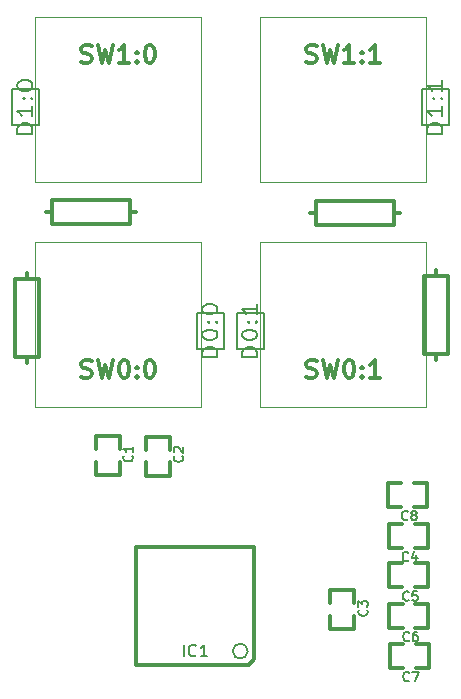
<source format=gto>
G04 #@! TF.FileFunction,Legend,Top*
%FSLAX46Y46*%
G04 Gerber Fmt 4.6, Leading zero omitted, Abs format (unit mm)*
G04 Created by KiCad (PCBNEW 4.0.2-stable) date Tuesday, August 23, 2016 'PMt' 01:57:14 PM*
%MOMM*%
G01*
G04 APERTURE LIST*
%ADD10C,0.020000*%
%ADD11C,0.300000*%
%ADD12C,0.304800*%
%ADD13C,0.203200*%
%ADD14C,0.050000*%
%ADD15C,0.150000*%
%ADD16C,0.200000*%
G04 APERTURE END LIST*
D10*
D11*
X215112600Y-183508600D02*
X215112600Y-184632600D01*
X215112600Y-184632600D02*
X213080600Y-184632600D01*
X213080600Y-184632600D02*
X213080600Y-183508600D01*
X215112600Y-182427600D02*
X215112600Y-181330600D01*
X215112600Y-181330600D02*
X213080600Y-181330600D01*
X213080600Y-181330600D02*
X213080600Y-182427600D01*
X219354400Y-183534000D02*
X219354400Y-184658000D01*
X219354400Y-184658000D02*
X217322400Y-184658000D01*
X217322400Y-184658000D02*
X217322400Y-183534000D01*
X219354400Y-182453000D02*
X219354400Y-181356000D01*
X219354400Y-181356000D02*
X217322400Y-181356000D01*
X217322400Y-181356000D02*
X217322400Y-182453000D01*
X235000800Y-196564200D02*
X235000800Y-197688200D01*
X235000800Y-197688200D02*
X232968800Y-197688200D01*
X232968800Y-197688200D02*
X232968800Y-196564200D01*
X235000800Y-195483200D02*
X235000800Y-194386200D01*
X235000800Y-194386200D02*
X232968800Y-194386200D01*
X232968800Y-194386200D02*
X232968800Y-195483200D01*
X239020400Y-190779400D02*
X237896400Y-190779400D01*
X237896400Y-190779400D02*
X237896400Y-188747400D01*
X237896400Y-188747400D02*
X239020400Y-188747400D01*
X240101400Y-190779400D02*
X241198400Y-190779400D01*
X241198400Y-190779400D02*
X241198400Y-188747400D01*
X241198400Y-188747400D02*
X240101400Y-188747400D01*
X239045800Y-194132200D02*
X237921800Y-194132200D01*
X237921800Y-194132200D02*
X237921800Y-192100200D01*
X237921800Y-192100200D02*
X239045800Y-192100200D01*
X240126800Y-194132200D02*
X241223800Y-194132200D01*
X241223800Y-194132200D02*
X241223800Y-192100200D01*
X241223800Y-192100200D02*
X240126800Y-192100200D01*
X239071200Y-197561200D02*
X237947200Y-197561200D01*
X237947200Y-197561200D02*
X237947200Y-195529200D01*
X237947200Y-195529200D02*
X239071200Y-195529200D01*
X240152200Y-197561200D02*
X241249200Y-197561200D01*
X241249200Y-197561200D02*
X241249200Y-195529200D01*
X241249200Y-195529200D02*
X240152200Y-195529200D01*
X239096600Y-200964800D02*
X237972600Y-200964800D01*
X237972600Y-200964800D02*
X237972600Y-198932800D01*
X237972600Y-198932800D02*
X239096600Y-198932800D01*
X240177600Y-200964800D02*
X241274600Y-200964800D01*
X241274600Y-200964800D02*
X241274600Y-198932800D01*
X241274600Y-198932800D02*
X240177600Y-198932800D01*
X238969600Y-187299600D02*
X237845600Y-187299600D01*
X237845600Y-187299600D02*
X237845600Y-185267600D01*
X237845600Y-185267600D02*
X238969600Y-185267600D01*
X240050600Y-187299600D02*
X241147600Y-187299600D01*
X241147600Y-187299600D02*
X241147600Y-185267600D01*
X241147600Y-185267600D02*
X240050600Y-185267600D01*
D12*
X216509600Y-200710800D02*
X216509600Y-190703200D01*
X216509600Y-190703200D02*
X226517200Y-190703200D01*
X226517200Y-200228200D02*
X226517200Y-190703200D01*
X226034600Y-200710800D02*
X216509600Y-200710800D01*
X226517200Y-200228200D02*
X226034600Y-200710800D01*
D13*
X225958400Y-199517000D02*
G75*
G03X225958400Y-199517000I-635000J0D01*
G01*
D11*
X241909600Y-167233600D02*
X241909600Y-167741600D01*
X241909600Y-174853600D02*
X241909600Y-174345600D01*
X241909600Y-174345600D02*
X242925600Y-174345600D01*
X242925600Y-174345600D02*
X242925600Y-167741600D01*
X242925600Y-167741600D02*
X240893600Y-167741600D01*
X240893600Y-167741600D02*
X240893600Y-174345600D01*
X240893600Y-174345600D02*
X241909600Y-174345600D01*
D14*
X207985600Y-164881800D02*
X221985600Y-164881800D01*
X221985600Y-164881800D02*
X221985600Y-178881800D01*
X221985600Y-178881800D02*
X207985600Y-178881800D01*
X207985600Y-178881800D02*
X207985600Y-164881800D01*
X227035600Y-164881800D02*
X241035600Y-164881800D01*
X241035600Y-164881800D02*
X241035600Y-178881800D01*
X241035600Y-178881800D02*
X227035600Y-178881800D01*
X227035600Y-178881800D02*
X227035600Y-164881800D01*
X221985600Y-159831800D02*
X207985600Y-159831800D01*
X207985600Y-159831800D02*
X207985600Y-145831800D01*
X207985600Y-145831800D02*
X221985600Y-145831800D01*
X221985600Y-145831800D02*
X221985600Y-159831800D01*
X241035600Y-159831800D02*
X227035600Y-159831800D01*
X227035600Y-159831800D02*
X227035600Y-145831800D01*
X227035600Y-145831800D02*
X241035600Y-145831800D01*
X241035600Y-145831800D02*
X241035600Y-159831800D01*
D13*
X223951800Y-170891200D02*
X223951800Y-173939200D01*
X223951800Y-173939200D02*
X221665800Y-173939200D01*
X221665800Y-173939200D02*
X221665800Y-170891200D01*
X221665800Y-170891200D02*
X223951800Y-170891200D01*
X227330000Y-170891200D02*
X227330000Y-173939200D01*
X227330000Y-173939200D02*
X225044000Y-173939200D01*
X225044000Y-173939200D02*
X225044000Y-170891200D01*
X225044000Y-170891200D02*
X227330000Y-170891200D01*
X208305400Y-151968200D02*
X208305400Y-155016200D01*
X208305400Y-155016200D02*
X206019400Y-155016200D01*
X206019400Y-155016200D02*
X206019400Y-151968200D01*
X206019400Y-151968200D02*
X208305400Y-151968200D01*
X243001800Y-151968200D02*
X243001800Y-155016200D01*
X243001800Y-155016200D02*
X240715800Y-155016200D01*
X240715800Y-155016200D02*
X240715800Y-151968200D01*
X240715800Y-151968200D02*
X243001800Y-151968200D01*
D11*
X207238600Y-175133000D02*
X207238600Y-174625000D01*
X207238600Y-167513000D02*
X207238600Y-168021000D01*
X207238600Y-168021000D02*
X206222600Y-168021000D01*
X206222600Y-168021000D02*
X206222600Y-174625000D01*
X206222600Y-174625000D02*
X208254600Y-174625000D01*
X208254600Y-174625000D02*
X208254600Y-168021000D01*
X208254600Y-168021000D02*
X207238600Y-168021000D01*
X208889600Y-162306000D02*
X209397600Y-162306000D01*
X216509600Y-162306000D02*
X216001600Y-162306000D01*
X216001600Y-162306000D02*
X216001600Y-161290000D01*
X216001600Y-161290000D02*
X209397600Y-161290000D01*
X209397600Y-161290000D02*
X209397600Y-163322000D01*
X209397600Y-163322000D02*
X216001600Y-163322000D01*
X216001600Y-163322000D02*
X216001600Y-162306000D01*
X231267000Y-162407600D02*
X231775000Y-162407600D01*
X238887000Y-162407600D02*
X238379000Y-162407600D01*
X238379000Y-162407600D02*
X238379000Y-161391600D01*
X238379000Y-161391600D02*
X231775000Y-161391600D01*
X231775000Y-161391600D02*
X231775000Y-163423600D01*
X231775000Y-163423600D02*
X238379000Y-163423600D01*
X238379000Y-163423600D02*
X238379000Y-162407600D01*
D15*
X216160314Y-182964933D02*
X216198410Y-183003028D01*
X216236505Y-183117314D01*
X216236505Y-183193504D01*
X216198410Y-183307790D01*
X216122219Y-183383981D01*
X216046029Y-183422076D01*
X215893648Y-183460171D01*
X215779362Y-183460171D01*
X215626981Y-183422076D01*
X215550790Y-183383981D01*
X215474600Y-183307790D01*
X215436505Y-183193504D01*
X215436505Y-183117314D01*
X215474600Y-183003028D01*
X215512695Y-182964933D01*
X216236505Y-182203028D02*
X216236505Y-182660171D01*
X216236505Y-182431600D02*
X215436505Y-182431600D01*
X215550790Y-182507790D01*
X215626981Y-182583981D01*
X215665076Y-182660171D01*
X220402114Y-182990333D02*
X220440210Y-183028428D01*
X220478305Y-183142714D01*
X220478305Y-183218904D01*
X220440210Y-183333190D01*
X220364019Y-183409381D01*
X220287829Y-183447476D01*
X220135448Y-183485571D01*
X220021162Y-183485571D01*
X219868781Y-183447476D01*
X219792590Y-183409381D01*
X219716400Y-183333190D01*
X219678305Y-183218904D01*
X219678305Y-183142714D01*
X219716400Y-183028428D01*
X219754495Y-182990333D01*
X219754495Y-182685571D02*
X219716400Y-182647476D01*
X219678305Y-182571285D01*
X219678305Y-182380809D01*
X219716400Y-182304619D01*
X219754495Y-182266523D01*
X219830686Y-182228428D01*
X219906876Y-182228428D01*
X220021162Y-182266523D01*
X220478305Y-182723666D01*
X220478305Y-182228428D01*
X236048514Y-196020533D02*
X236086610Y-196058628D01*
X236124705Y-196172914D01*
X236124705Y-196249104D01*
X236086610Y-196363390D01*
X236010419Y-196439581D01*
X235934229Y-196477676D01*
X235781848Y-196515771D01*
X235667562Y-196515771D01*
X235515181Y-196477676D01*
X235438990Y-196439581D01*
X235362800Y-196363390D01*
X235324705Y-196249104D01*
X235324705Y-196172914D01*
X235362800Y-196058628D01*
X235400895Y-196020533D01*
X235324705Y-195753866D02*
X235324705Y-195258628D01*
X235629467Y-195525295D01*
X235629467Y-195411009D01*
X235667562Y-195334819D01*
X235705657Y-195296723D01*
X235781848Y-195258628D01*
X235972324Y-195258628D01*
X236048514Y-195296723D01*
X236086610Y-195334819D01*
X236124705Y-195411009D01*
X236124705Y-195639581D01*
X236086610Y-195715771D01*
X236048514Y-195753866D01*
X239564067Y-191827114D02*
X239525972Y-191865210D01*
X239411686Y-191903305D01*
X239335496Y-191903305D01*
X239221210Y-191865210D01*
X239145019Y-191789019D01*
X239106924Y-191712829D01*
X239068829Y-191560448D01*
X239068829Y-191446162D01*
X239106924Y-191293781D01*
X239145019Y-191217590D01*
X239221210Y-191141400D01*
X239335496Y-191103305D01*
X239411686Y-191103305D01*
X239525972Y-191141400D01*
X239564067Y-191179495D01*
X240249781Y-191369971D02*
X240249781Y-191903305D01*
X240059305Y-191065210D02*
X239868829Y-191636638D01*
X240364067Y-191636638D01*
X239589467Y-195179914D02*
X239551372Y-195218010D01*
X239437086Y-195256105D01*
X239360896Y-195256105D01*
X239246610Y-195218010D01*
X239170419Y-195141819D01*
X239132324Y-195065629D01*
X239094229Y-194913248D01*
X239094229Y-194798962D01*
X239132324Y-194646581D01*
X239170419Y-194570390D01*
X239246610Y-194494200D01*
X239360896Y-194456105D01*
X239437086Y-194456105D01*
X239551372Y-194494200D01*
X239589467Y-194532295D01*
X240313277Y-194456105D02*
X239932324Y-194456105D01*
X239894229Y-194837057D01*
X239932324Y-194798962D01*
X240008515Y-194760867D01*
X240198991Y-194760867D01*
X240275181Y-194798962D01*
X240313277Y-194837057D01*
X240351372Y-194913248D01*
X240351372Y-195103724D01*
X240313277Y-195179914D01*
X240275181Y-195218010D01*
X240198991Y-195256105D01*
X240008515Y-195256105D01*
X239932324Y-195218010D01*
X239894229Y-195179914D01*
X239614867Y-198608914D02*
X239576772Y-198647010D01*
X239462486Y-198685105D01*
X239386296Y-198685105D01*
X239272010Y-198647010D01*
X239195819Y-198570819D01*
X239157724Y-198494629D01*
X239119629Y-198342248D01*
X239119629Y-198227962D01*
X239157724Y-198075581D01*
X239195819Y-197999390D01*
X239272010Y-197923200D01*
X239386296Y-197885105D01*
X239462486Y-197885105D01*
X239576772Y-197923200D01*
X239614867Y-197961295D01*
X240300581Y-197885105D02*
X240148200Y-197885105D01*
X240072010Y-197923200D01*
X240033915Y-197961295D01*
X239957724Y-198075581D01*
X239919629Y-198227962D01*
X239919629Y-198532724D01*
X239957724Y-198608914D01*
X239995819Y-198647010D01*
X240072010Y-198685105D01*
X240224391Y-198685105D01*
X240300581Y-198647010D01*
X240338677Y-198608914D01*
X240376772Y-198532724D01*
X240376772Y-198342248D01*
X240338677Y-198266057D01*
X240300581Y-198227962D01*
X240224391Y-198189867D01*
X240072010Y-198189867D01*
X239995819Y-198227962D01*
X239957724Y-198266057D01*
X239919629Y-198342248D01*
X239640267Y-202012514D02*
X239602172Y-202050610D01*
X239487886Y-202088705D01*
X239411696Y-202088705D01*
X239297410Y-202050610D01*
X239221219Y-201974419D01*
X239183124Y-201898229D01*
X239145029Y-201745848D01*
X239145029Y-201631562D01*
X239183124Y-201479181D01*
X239221219Y-201402990D01*
X239297410Y-201326800D01*
X239411696Y-201288705D01*
X239487886Y-201288705D01*
X239602172Y-201326800D01*
X239640267Y-201364895D01*
X239906934Y-201288705D02*
X240440267Y-201288705D01*
X240097410Y-202088705D01*
X239513267Y-188347314D02*
X239475172Y-188385410D01*
X239360886Y-188423505D01*
X239284696Y-188423505D01*
X239170410Y-188385410D01*
X239094219Y-188309219D01*
X239056124Y-188233029D01*
X239018029Y-188080648D01*
X239018029Y-187966362D01*
X239056124Y-187813981D01*
X239094219Y-187737790D01*
X239170410Y-187661600D01*
X239284696Y-187623505D01*
X239360886Y-187623505D01*
X239475172Y-187661600D01*
X239513267Y-187699695D01*
X239970410Y-187966362D02*
X239894219Y-187928267D01*
X239856124Y-187890171D01*
X239818029Y-187813981D01*
X239818029Y-187775886D01*
X239856124Y-187699695D01*
X239894219Y-187661600D01*
X239970410Y-187623505D01*
X240122791Y-187623505D01*
X240198981Y-187661600D01*
X240237077Y-187699695D01*
X240275172Y-187775886D01*
X240275172Y-187813981D01*
X240237077Y-187890171D01*
X240198981Y-187928267D01*
X240122791Y-187966362D01*
X239970410Y-187966362D01*
X239894219Y-188004457D01*
X239856124Y-188042552D01*
X239818029Y-188118743D01*
X239818029Y-188271124D01*
X239856124Y-188347314D01*
X239894219Y-188385410D01*
X239970410Y-188423505D01*
X240122791Y-188423505D01*
X240198981Y-188385410D01*
X240237077Y-188347314D01*
X240275172Y-188271124D01*
X240275172Y-188118743D01*
X240237077Y-188042552D01*
X240198981Y-188004457D01*
X240122791Y-187966362D01*
D16*
X220537210Y-199969381D02*
X220537210Y-198969381D01*
X221584829Y-199874143D02*
X221537210Y-199921762D01*
X221394353Y-199969381D01*
X221299115Y-199969381D01*
X221156257Y-199921762D01*
X221061019Y-199826524D01*
X221013400Y-199731286D01*
X220965781Y-199540810D01*
X220965781Y-199397952D01*
X221013400Y-199207476D01*
X221061019Y-199112238D01*
X221156257Y-199017000D01*
X221299115Y-198969381D01*
X221394353Y-198969381D01*
X221537210Y-199017000D01*
X221584829Y-199064619D01*
X222537210Y-199969381D02*
X221965781Y-199969381D01*
X222251495Y-199969381D02*
X222251495Y-198969381D01*
X222156257Y-199112238D01*
X222061019Y-199207476D01*
X221965781Y-199255095D01*
D12*
X211865029Y-176308657D02*
X212082743Y-176381229D01*
X212445600Y-176381229D01*
X212590743Y-176308657D01*
X212663314Y-176236086D01*
X212735886Y-176090943D01*
X212735886Y-175945800D01*
X212663314Y-175800657D01*
X212590743Y-175728086D01*
X212445600Y-175655514D01*
X212155314Y-175582943D01*
X212010172Y-175510371D01*
X211937600Y-175437800D01*
X211865029Y-175292657D01*
X211865029Y-175147514D01*
X211937600Y-175002371D01*
X212010172Y-174929800D01*
X212155314Y-174857229D01*
X212518172Y-174857229D01*
X212735886Y-174929800D01*
X213243886Y-174857229D02*
X213606743Y-176381229D01*
X213897029Y-175292657D01*
X214187315Y-176381229D01*
X214550172Y-174857229D01*
X215421029Y-174857229D02*
X215566172Y-174857229D01*
X215711315Y-174929800D01*
X215783886Y-175002371D01*
X215856457Y-175147514D01*
X215929029Y-175437800D01*
X215929029Y-175800657D01*
X215856457Y-176090943D01*
X215783886Y-176236086D01*
X215711315Y-176308657D01*
X215566172Y-176381229D01*
X215421029Y-176381229D01*
X215275886Y-176308657D01*
X215203315Y-176236086D01*
X215130743Y-176090943D01*
X215058172Y-175800657D01*
X215058172Y-175437800D01*
X215130743Y-175147514D01*
X215203315Y-175002371D01*
X215275886Y-174929800D01*
X215421029Y-174857229D01*
X216582172Y-176236086D02*
X216654744Y-176308657D01*
X216582172Y-176381229D01*
X216509601Y-176308657D01*
X216582172Y-176236086D01*
X216582172Y-176381229D01*
X216582172Y-175437800D02*
X216654744Y-175510371D01*
X216582172Y-175582943D01*
X216509601Y-175510371D01*
X216582172Y-175437800D01*
X216582172Y-175582943D01*
X217598172Y-174857229D02*
X217743315Y-174857229D01*
X217888458Y-174929800D01*
X217961029Y-175002371D01*
X218033600Y-175147514D01*
X218106172Y-175437800D01*
X218106172Y-175800657D01*
X218033600Y-176090943D01*
X217961029Y-176236086D01*
X217888458Y-176308657D01*
X217743315Y-176381229D01*
X217598172Y-176381229D01*
X217453029Y-176308657D01*
X217380458Y-176236086D01*
X217307886Y-176090943D01*
X217235315Y-175800657D01*
X217235315Y-175437800D01*
X217307886Y-175147514D01*
X217380458Y-175002371D01*
X217453029Y-174929800D01*
X217598172Y-174857229D01*
X230915029Y-176308657D02*
X231132743Y-176381229D01*
X231495600Y-176381229D01*
X231640743Y-176308657D01*
X231713314Y-176236086D01*
X231785886Y-176090943D01*
X231785886Y-175945800D01*
X231713314Y-175800657D01*
X231640743Y-175728086D01*
X231495600Y-175655514D01*
X231205314Y-175582943D01*
X231060172Y-175510371D01*
X230987600Y-175437800D01*
X230915029Y-175292657D01*
X230915029Y-175147514D01*
X230987600Y-175002371D01*
X231060172Y-174929800D01*
X231205314Y-174857229D01*
X231568172Y-174857229D01*
X231785886Y-174929800D01*
X232293886Y-174857229D02*
X232656743Y-176381229D01*
X232947029Y-175292657D01*
X233237315Y-176381229D01*
X233600172Y-174857229D01*
X234471029Y-174857229D02*
X234616172Y-174857229D01*
X234761315Y-174929800D01*
X234833886Y-175002371D01*
X234906457Y-175147514D01*
X234979029Y-175437800D01*
X234979029Y-175800657D01*
X234906457Y-176090943D01*
X234833886Y-176236086D01*
X234761315Y-176308657D01*
X234616172Y-176381229D01*
X234471029Y-176381229D01*
X234325886Y-176308657D01*
X234253315Y-176236086D01*
X234180743Y-176090943D01*
X234108172Y-175800657D01*
X234108172Y-175437800D01*
X234180743Y-175147514D01*
X234253315Y-175002371D01*
X234325886Y-174929800D01*
X234471029Y-174857229D01*
X235632172Y-176236086D02*
X235704744Y-176308657D01*
X235632172Y-176381229D01*
X235559601Y-176308657D01*
X235632172Y-176236086D01*
X235632172Y-176381229D01*
X235632172Y-175437800D02*
X235704744Y-175510371D01*
X235632172Y-175582943D01*
X235559601Y-175510371D01*
X235632172Y-175437800D01*
X235632172Y-175582943D01*
X237156172Y-176381229D02*
X236285315Y-176381229D01*
X236720743Y-176381229D02*
X236720743Y-174857229D01*
X236575600Y-175074943D01*
X236430458Y-175220086D01*
X236285315Y-175292657D01*
X211865029Y-149638657D02*
X212082743Y-149711229D01*
X212445600Y-149711229D01*
X212590743Y-149638657D01*
X212663314Y-149566086D01*
X212735886Y-149420943D01*
X212735886Y-149275800D01*
X212663314Y-149130657D01*
X212590743Y-149058086D01*
X212445600Y-148985514D01*
X212155314Y-148912943D01*
X212010172Y-148840371D01*
X211937600Y-148767800D01*
X211865029Y-148622657D01*
X211865029Y-148477514D01*
X211937600Y-148332371D01*
X212010172Y-148259800D01*
X212155314Y-148187229D01*
X212518172Y-148187229D01*
X212735886Y-148259800D01*
X213243886Y-148187229D02*
X213606743Y-149711229D01*
X213897029Y-148622657D01*
X214187315Y-149711229D01*
X214550172Y-148187229D01*
X215929029Y-149711229D02*
X215058172Y-149711229D01*
X215493600Y-149711229D02*
X215493600Y-148187229D01*
X215348457Y-148404943D01*
X215203315Y-148550086D01*
X215058172Y-148622657D01*
X216582172Y-149566086D02*
X216654744Y-149638657D01*
X216582172Y-149711229D01*
X216509601Y-149638657D01*
X216582172Y-149566086D01*
X216582172Y-149711229D01*
X216582172Y-148767800D02*
X216654744Y-148840371D01*
X216582172Y-148912943D01*
X216509601Y-148840371D01*
X216582172Y-148767800D01*
X216582172Y-148912943D01*
X217598172Y-148187229D02*
X217743315Y-148187229D01*
X217888458Y-148259800D01*
X217961029Y-148332371D01*
X218033600Y-148477514D01*
X218106172Y-148767800D01*
X218106172Y-149130657D01*
X218033600Y-149420943D01*
X217961029Y-149566086D01*
X217888458Y-149638657D01*
X217743315Y-149711229D01*
X217598172Y-149711229D01*
X217453029Y-149638657D01*
X217380458Y-149566086D01*
X217307886Y-149420943D01*
X217235315Y-149130657D01*
X217235315Y-148767800D01*
X217307886Y-148477514D01*
X217380458Y-148332371D01*
X217453029Y-148259800D01*
X217598172Y-148187229D01*
X230915029Y-149638657D02*
X231132743Y-149711229D01*
X231495600Y-149711229D01*
X231640743Y-149638657D01*
X231713314Y-149566086D01*
X231785886Y-149420943D01*
X231785886Y-149275800D01*
X231713314Y-149130657D01*
X231640743Y-149058086D01*
X231495600Y-148985514D01*
X231205314Y-148912943D01*
X231060172Y-148840371D01*
X230987600Y-148767800D01*
X230915029Y-148622657D01*
X230915029Y-148477514D01*
X230987600Y-148332371D01*
X231060172Y-148259800D01*
X231205314Y-148187229D01*
X231568172Y-148187229D01*
X231785886Y-148259800D01*
X232293886Y-148187229D02*
X232656743Y-149711229D01*
X232947029Y-148622657D01*
X233237315Y-149711229D01*
X233600172Y-148187229D01*
X234979029Y-149711229D02*
X234108172Y-149711229D01*
X234543600Y-149711229D02*
X234543600Y-148187229D01*
X234398457Y-148404943D01*
X234253315Y-148550086D01*
X234108172Y-148622657D01*
X235632172Y-149566086D02*
X235704744Y-149638657D01*
X235632172Y-149711229D01*
X235559601Y-149638657D01*
X235632172Y-149566086D01*
X235632172Y-149711229D01*
X235632172Y-148767800D02*
X235704744Y-148840371D01*
X235632172Y-148912943D01*
X235559601Y-148840371D01*
X235632172Y-148767800D01*
X235632172Y-148912943D01*
X237156172Y-149711229D02*
X236285315Y-149711229D01*
X236720743Y-149711229D02*
X236720743Y-148187229D01*
X236575600Y-148404943D01*
X236430458Y-148550086D01*
X236285315Y-148622657D01*
D13*
X223383324Y-174628629D02*
X222113324Y-174628629D01*
X222113324Y-174265772D01*
X222173800Y-174048057D01*
X222294752Y-173902915D01*
X222415705Y-173830343D01*
X222657610Y-173757772D01*
X222839038Y-173757772D01*
X223080943Y-173830343D01*
X223201895Y-173902915D01*
X223322848Y-174048057D01*
X223383324Y-174265772D01*
X223383324Y-174628629D01*
X222113324Y-172814343D02*
X222113324Y-172669200D01*
X222173800Y-172524057D01*
X222234276Y-172451486D01*
X222355229Y-172378915D01*
X222597133Y-172306343D01*
X222899514Y-172306343D01*
X223141419Y-172378915D01*
X223262371Y-172451486D01*
X223322848Y-172524057D01*
X223383324Y-172669200D01*
X223383324Y-172814343D01*
X223322848Y-172959486D01*
X223262371Y-173032057D01*
X223141419Y-173104629D01*
X222899514Y-173177200D01*
X222597133Y-173177200D01*
X222355229Y-173104629D01*
X222234276Y-173032057D01*
X222173800Y-172959486D01*
X222113324Y-172814343D01*
X223262371Y-171653200D02*
X223322848Y-171580628D01*
X223383324Y-171653200D01*
X223322848Y-171725771D01*
X223262371Y-171653200D01*
X223383324Y-171653200D01*
X222597133Y-171653200D02*
X222657610Y-171580628D01*
X222718086Y-171653200D01*
X222657610Y-171725771D01*
X222597133Y-171653200D01*
X222718086Y-171653200D01*
X222113324Y-170637200D02*
X222113324Y-170492057D01*
X222173800Y-170346914D01*
X222234276Y-170274343D01*
X222355229Y-170201772D01*
X222597133Y-170129200D01*
X222899514Y-170129200D01*
X223141419Y-170201772D01*
X223262371Y-170274343D01*
X223322848Y-170346914D01*
X223383324Y-170492057D01*
X223383324Y-170637200D01*
X223322848Y-170782343D01*
X223262371Y-170854914D01*
X223141419Y-170927486D01*
X222899514Y-171000057D01*
X222597133Y-171000057D01*
X222355229Y-170927486D01*
X222234276Y-170854914D01*
X222173800Y-170782343D01*
X222113324Y-170637200D01*
X226761524Y-174628629D02*
X225491524Y-174628629D01*
X225491524Y-174265772D01*
X225552000Y-174048057D01*
X225672952Y-173902915D01*
X225793905Y-173830343D01*
X226035810Y-173757772D01*
X226217238Y-173757772D01*
X226459143Y-173830343D01*
X226580095Y-173902915D01*
X226701048Y-174048057D01*
X226761524Y-174265772D01*
X226761524Y-174628629D01*
X225491524Y-172814343D02*
X225491524Y-172669200D01*
X225552000Y-172524057D01*
X225612476Y-172451486D01*
X225733429Y-172378915D01*
X225975333Y-172306343D01*
X226277714Y-172306343D01*
X226519619Y-172378915D01*
X226640571Y-172451486D01*
X226701048Y-172524057D01*
X226761524Y-172669200D01*
X226761524Y-172814343D01*
X226701048Y-172959486D01*
X226640571Y-173032057D01*
X226519619Y-173104629D01*
X226277714Y-173177200D01*
X225975333Y-173177200D01*
X225733429Y-173104629D01*
X225612476Y-173032057D01*
X225552000Y-172959486D01*
X225491524Y-172814343D01*
X226640571Y-171653200D02*
X226701048Y-171580628D01*
X226761524Y-171653200D01*
X226701048Y-171725771D01*
X226640571Y-171653200D01*
X226761524Y-171653200D01*
X225975333Y-171653200D02*
X226035810Y-171580628D01*
X226096286Y-171653200D01*
X226035810Y-171725771D01*
X225975333Y-171653200D01*
X226096286Y-171653200D01*
X226761524Y-170129200D02*
X226761524Y-171000057D01*
X226761524Y-170564629D02*
X225491524Y-170564629D01*
X225672952Y-170709772D01*
X225793905Y-170854914D01*
X225854381Y-171000057D01*
X207736924Y-155705629D02*
X206466924Y-155705629D01*
X206466924Y-155342772D01*
X206527400Y-155125057D01*
X206648352Y-154979915D01*
X206769305Y-154907343D01*
X207011210Y-154834772D01*
X207192638Y-154834772D01*
X207434543Y-154907343D01*
X207555495Y-154979915D01*
X207676448Y-155125057D01*
X207736924Y-155342772D01*
X207736924Y-155705629D01*
X207736924Y-153383343D02*
X207736924Y-154254200D01*
X207736924Y-153818772D02*
X206466924Y-153818772D01*
X206648352Y-153963915D01*
X206769305Y-154109057D01*
X206829781Y-154254200D01*
X207615971Y-152730200D02*
X207676448Y-152657628D01*
X207736924Y-152730200D01*
X207676448Y-152802771D01*
X207615971Y-152730200D01*
X207736924Y-152730200D01*
X206950733Y-152730200D02*
X207011210Y-152657628D01*
X207071686Y-152730200D01*
X207011210Y-152802771D01*
X206950733Y-152730200D01*
X207071686Y-152730200D01*
X206466924Y-151714200D02*
X206466924Y-151569057D01*
X206527400Y-151423914D01*
X206587876Y-151351343D01*
X206708829Y-151278772D01*
X206950733Y-151206200D01*
X207253114Y-151206200D01*
X207495019Y-151278772D01*
X207615971Y-151351343D01*
X207676448Y-151423914D01*
X207736924Y-151569057D01*
X207736924Y-151714200D01*
X207676448Y-151859343D01*
X207615971Y-151931914D01*
X207495019Y-152004486D01*
X207253114Y-152077057D01*
X206950733Y-152077057D01*
X206708829Y-152004486D01*
X206587876Y-151931914D01*
X206527400Y-151859343D01*
X206466924Y-151714200D01*
X242433324Y-155705629D02*
X241163324Y-155705629D01*
X241163324Y-155342772D01*
X241223800Y-155125057D01*
X241344752Y-154979915D01*
X241465705Y-154907343D01*
X241707610Y-154834772D01*
X241889038Y-154834772D01*
X242130943Y-154907343D01*
X242251895Y-154979915D01*
X242372848Y-155125057D01*
X242433324Y-155342772D01*
X242433324Y-155705629D01*
X242433324Y-153383343D02*
X242433324Y-154254200D01*
X242433324Y-153818772D02*
X241163324Y-153818772D01*
X241344752Y-153963915D01*
X241465705Y-154109057D01*
X241526181Y-154254200D01*
X242312371Y-152730200D02*
X242372848Y-152657628D01*
X242433324Y-152730200D01*
X242372848Y-152802771D01*
X242312371Y-152730200D01*
X242433324Y-152730200D01*
X241647133Y-152730200D02*
X241707610Y-152657628D01*
X241768086Y-152730200D01*
X241707610Y-152802771D01*
X241647133Y-152730200D01*
X241768086Y-152730200D01*
X242433324Y-151206200D02*
X242433324Y-152077057D01*
X242433324Y-151641629D02*
X241163324Y-151641629D01*
X241344752Y-151786772D01*
X241465705Y-151931914D01*
X241526181Y-152077057D01*
M02*

</source>
